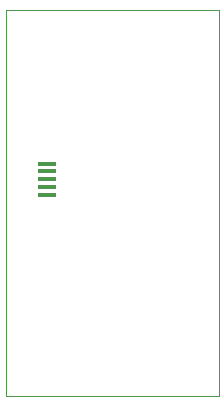
<source format=gbr>
%TF.GenerationSoftware,KiCad,Pcbnew,7.0.7*%
%TF.CreationDate,2023-09-15T20:16:18+02:00*%
%TF.ProjectId,DreameBreakout,44726561-6d65-4427-9265-616b6f75742e,rev?*%
%TF.SameCoordinates,Original*%
%TF.FileFunction,Paste,Top*%
%TF.FilePolarity,Positive*%
%FSLAX45Y45*%
G04 Gerber Fmt 4.5, Leading zero omitted, Abs format (unit mm)*
G04 Created by KiCad (PCBNEW 7.0.7) date 2023-09-15 20:16:18*
%MOMM*%
%LPD*%
G01*
G04 APERTURE LIST*
%TA.AperFunction,Profile*%
%ADD10C,0.100000*%
%TD*%
%ADD11R,1.500000X0.450000*%
G04 APERTURE END LIST*
D10*
X5000000Y-4065500D02*
X6800000Y-4065500D01*
X6800000Y-7332600D01*
X5000000Y-7332600D01*
X5000000Y-4065500D01*
D11*
X5347200Y-5629100D03*
X5347200Y-5564100D03*
X5347200Y-5499100D03*
X5347200Y-5434100D03*
X5347200Y-5369100D03*
M02*

</source>
